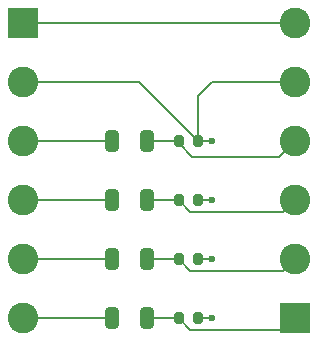
<source format=gbr>
%TF.GenerationSoftware,KiCad,Pcbnew,8.0.4*%
%TF.CreationDate,2024-10-17T15:12:59+10:30*%
%TF.ProjectId,bias circuit,62696173-2063-4697-9263-7569742e6b69,rev?*%
%TF.SameCoordinates,Original*%
%TF.FileFunction,Copper,L1,Top*%
%TF.FilePolarity,Positive*%
%FSLAX46Y46*%
G04 Gerber Fmt 4.6, Leading zero omitted, Abs format (unit mm)*
G04 Created by KiCad (PCBNEW 8.0.4) date 2024-10-17 15:12:59*
%MOMM*%
%LPD*%
G01*
G04 APERTURE LIST*
G04 Aperture macros list*
%AMRoundRect*
0 Rectangle with rounded corners*
0 $1 Rounding radius*
0 $2 $3 $4 $5 $6 $7 $8 $9 X,Y pos of 4 corners*
0 Add a 4 corners polygon primitive as box body*
4,1,4,$2,$3,$4,$5,$6,$7,$8,$9,$2,$3,0*
0 Add four circle primitives for the rounded corners*
1,1,$1+$1,$2,$3*
1,1,$1+$1,$4,$5*
1,1,$1+$1,$6,$7*
1,1,$1+$1,$8,$9*
0 Add four rect primitives between the rounded corners*
20,1,$1+$1,$2,$3,$4,$5,0*
20,1,$1+$1,$4,$5,$6,$7,0*
20,1,$1+$1,$6,$7,$8,$9,0*
20,1,$1+$1,$8,$9,$2,$3,0*%
G04 Aperture macros list end*
%TA.AperFunction,ComponentPad*%
%ADD10R,2.600000X2.600000*%
%TD*%
%TA.AperFunction,ComponentPad*%
%ADD11C,2.600000*%
%TD*%
%TA.AperFunction,SMDPad,CuDef*%
%ADD12RoundRect,0.200000X-0.200000X-0.275000X0.200000X-0.275000X0.200000X0.275000X-0.200000X0.275000X0*%
%TD*%
%TA.AperFunction,SMDPad,CuDef*%
%ADD13RoundRect,0.250000X-0.325000X-0.650000X0.325000X-0.650000X0.325000X0.650000X-0.325000X0.650000X0*%
%TD*%
%TA.AperFunction,ViaPad*%
%ADD14C,0.600000*%
%TD*%
%TA.AperFunction,Conductor*%
%ADD15C,0.200000*%
%TD*%
G04 APERTURE END LIST*
D10*
%TO.P,J2,1,Pin_1*%
%TO.N,Net-(J2-Pin_1)*%
X148000000Y-110000000D03*
D11*
%TO.P,J2,2,Pin_2*%
%TO.N,Net-(J2-Pin_2)*%
X148000000Y-105000000D03*
%TO.P,J2,3,Pin_3*%
%TO.N,Net-(J2-Pin_3)*%
X148000000Y-100000000D03*
%TO.P,J2,4,Pin_4*%
%TO.N,Net-(J2-Pin_4)*%
X148000000Y-95000000D03*
%TO.P,J2,5,Pin_5*%
%TO.N,Net-(J1-Pin_2)*%
X148000000Y-90000000D03*
%TO.P,J2,6,Pin_6*%
%TO.N,Net-(J1-Pin_1)*%
X148000000Y-85000000D03*
%TD*%
%TO.P,J1,6,Pin_6*%
%TO.N,Net-(J1-Pin_6)*%
X125000000Y-110000000D03*
%TO.P,J1,5,Pin_5*%
%TO.N,Net-(J1-Pin_5)*%
X125000000Y-105000000D03*
%TO.P,J1,4,Pin_4*%
%TO.N,Net-(J1-Pin_4)*%
X125000000Y-100000000D03*
%TO.P,J1,3,Pin_3*%
%TO.N,Net-(J1-Pin_3)*%
X125000000Y-95000000D03*
%TO.P,J1,2,Pin_2*%
%TO.N,Net-(J1-Pin_2)*%
X125000000Y-90000000D03*
D10*
%TO.P,J1,1,Pin_1*%
%TO.N,Net-(J1-Pin_1)*%
X125000000Y-85000000D03*
%TD*%
D12*
%TO.P,R4,2*%
%TO.N,Net-(J1-Pin_2)*%
X139825000Y-110000000D03*
%TO.P,R4,1*%
%TO.N,Net-(J2-Pin_1)*%
X138175000Y-110000000D03*
%TD*%
%TO.P,R3,2*%
%TO.N,Net-(J1-Pin_2)*%
X139825000Y-105000000D03*
%TO.P,R3,1*%
%TO.N,Net-(J2-Pin_2)*%
X138175000Y-105000000D03*
%TD*%
%TO.P,R2,2*%
%TO.N,Net-(J1-Pin_2)*%
X139825000Y-100000000D03*
%TO.P,R2,1*%
%TO.N,Net-(J2-Pin_3)*%
X138175000Y-100000000D03*
%TD*%
%TO.P,R1,2*%
%TO.N,Net-(J1-Pin_2)*%
X139825000Y-95000000D03*
%TO.P,R1,1*%
%TO.N,Net-(J2-Pin_4)*%
X138175000Y-95000000D03*
%TD*%
D13*
%TO.P,C4,2*%
%TO.N,Net-(J2-Pin_1)*%
X135475000Y-110000000D03*
%TO.P,C4,1*%
%TO.N,Net-(J1-Pin_6)*%
X132525000Y-110000000D03*
%TD*%
%TO.P,C3,2*%
%TO.N,Net-(J2-Pin_2)*%
X135475000Y-105000000D03*
%TO.P,C3,1*%
%TO.N,Net-(J1-Pin_5)*%
X132525000Y-105000000D03*
%TD*%
%TO.P,C2,2*%
%TO.N,Net-(J2-Pin_3)*%
X135475000Y-100000000D03*
%TO.P,C2,1*%
%TO.N,Net-(J1-Pin_4)*%
X132525000Y-100000000D03*
%TD*%
%TO.P,C1,2*%
%TO.N,Net-(J2-Pin_4)*%
X135475000Y-95000000D03*
%TO.P,C1,1*%
%TO.N,Net-(J1-Pin_3)*%
X132525000Y-95000000D03*
%TD*%
D14*
%TO.N,Net-(J1-Pin_2)*%
X141000000Y-110000000D03*
X141000000Y-105000000D03*
X141000000Y-95000000D03*
X141000000Y-100000000D03*
%TD*%
D15*
%TO.N,Net-(J2-Pin_4)*%
X138175000Y-95175000D02*
X139300000Y-96300000D01*
X146700000Y-96300000D02*
X148000000Y-95000000D01*
X138175000Y-95000000D02*
X138175000Y-95175000D01*
X139300000Y-96300000D02*
X146700000Y-96300000D01*
%TO.N,Net-(J1-Pin_2)*%
X139825000Y-110000000D02*
X141000000Y-110000000D01*
X139825000Y-100000000D02*
X141000000Y-100000000D01*
X139825000Y-105000000D02*
X141000000Y-105000000D01*
X139825000Y-95000000D02*
X141000000Y-95000000D01*
%TO.N,Net-(J2-Pin_1)*%
X139175000Y-111000000D02*
X147000000Y-111000000D01*
X138175000Y-110000000D02*
X139175000Y-111000000D01*
X147000000Y-111000000D02*
X148000000Y-110000000D01*
%TO.N,Net-(J2-Pin_2)*%
X139175000Y-106000000D02*
X147000000Y-106000000D01*
X147000000Y-106000000D02*
X148000000Y-105000000D01*
X138175000Y-105000000D02*
X139175000Y-106000000D01*
%TO.N,Net-(J2-Pin_3)*%
X147000000Y-101000000D02*
X148000000Y-100000000D01*
X139175000Y-101000000D02*
X147000000Y-101000000D01*
X138175000Y-100000000D02*
X139175000Y-101000000D01*
%TO.N,Net-(J1-Pin_1)*%
X125000000Y-85000000D02*
X148000000Y-85000000D01*
%TO.N,Net-(J1-Pin_2)*%
X141000000Y-90000000D02*
X148000000Y-90000000D01*
X139825000Y-91175000D02*
X141000000Y-90000000D01*
X139825000Y-95000000D02*
X139825000Y-91175000D01*
X134825000Y-90000000D02*
X139825000Y-95000000D01*
X125000000Y-90000000D02*
X134825000Y-90000000D01*
%TO.N,Net-(J2-Pin_1)*%
X135475000Y-110000000D02*
X138175000Y-110000000D01*
%TO.N,Net-(J2-Pin_2)*%
X135475000Y-105000000D02*
X138175000Y-105000000D01*
%TO.N,Net-(J2-Pin_3)*%
X135475000Y-100000000D02*
X138175000Y-100000000D01*
%TO.N,Net-(J2-Pin_4)*%
X135475000Y-95000000D02*
X138175000Y-95000000D01*
%TO.N,Net-(J1-Pin_6)*%
X125000000Y-110000000D02*
X132525000Y-110000000D01*
%TO.N,Net-(J1-Pin_5)*%
X125000000Y-105000000D02*
X132525000Y-105000000D01*
%TO.N,Net-(J1-Pin_4)*%
X125000000Y-100000000D02*
X132525000Y-100000000D01*
%TO.N,Net-(J1-Pin_3)*%
X125000000Y-95000000D02*
X132525000Y-95000000D01*
%TD*%
M02*

</source>
